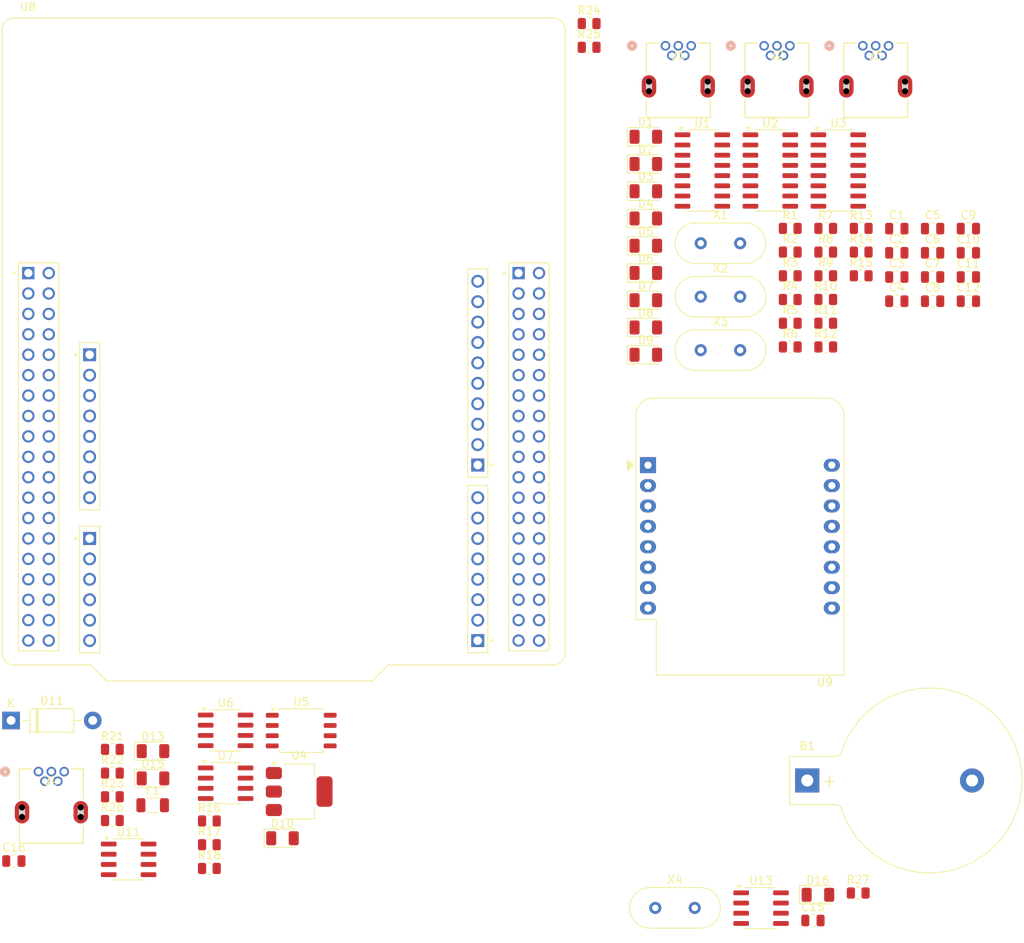
<source format=kicad_pcb>
(kicad_pcb (version 20240108) (generator "pcbnew") (generator_version "8.0")
  (layers (0 "F.Cu" signal) (31 "B.Cu" signal) (34 "B.Paste" user) (35 "F.Paste" user) (36 "B.SilkS" user "B.Silkscreen") (37 "F.SilkS" user "F.Silkscreen") (38 "B.Mask" user) (39 "F.Mask" user) (44 "Edge.Cuts" user))
  (net 0 "")
  (net 1 "D1+")
  (net 2 "GND")
  (net 4 "D1-")
  (net 5 "VBUS1")
  (net 7 "D2-")
  (net 8 "D2+")
  (net 9 "VBUS2")
  (net 10 "VBUS3")
  (net 11 "D3-")
  (net 12 "D3+")
  (net 15 "Net-(U1-V3)")
  (net 18 "Net-(U1-RXD)")
  (net 20 "Net-(U1-XI)")
  (net 22 "Net-(U1-XO)")
  (net 24 "Net-(U1-TXD)")
  (net 26 "Net-(U2-RXD)")
  (net 27 "Net-(U2-TXD)")
  (net 30 "Net-(U2-V3)")
  (net 36 "Net-(U2-XO)")
  (net 37 "Net-(U2-XI)")
  (net 38 "Net-(U3-TXD)")
  (net 39 "Net-(U3-RXD)")
  (net 41 "Net-(U3-V3)")
  (net 43 "Net-(U3-XO)")
  (net 46 "Net-(U3-XI)")
  (net 50 "Net-(D1-K)")
  (net 51 "Net-(D2-K)")
  (net 52 "Net-(D3-K)")
  (net 53 "Net-(D4-K)")
  (net 54 "Net-(D5-K)")
  (net 55 "Net-(D6-K)")
  (net 56 "Net-(D7-K)")
  (net 57 "Net-(D8-K)")
  (net 58 "Net-(D9-K)")
  (net 59 "USART1_RX")
  (net 60 "USART1_TX")
  (net 61 "UART5_RX")
  (net 62 "UART5_TX")
  (net 63 "WUART1_RX")
  (net 64 "WUART1_TX")
  (net 65 "Net-(D16-A)")
  (net 66 "Net-(D10-K)")
  (net 67 "Net-(D11-K)")
  (net 68 "Net-(D13-A)")
  (net 69 "5V_REG")
  (net 70 "Net-(D15-K)")
  (net 71 "Net-(J4-VBUS)")
  (net 75 "W25Q64_NCS")
  (net 76 "Net-(U13-VBAT)")
  (net 77 "Net-(U4-VO)")
  (net 78 "SPI2_MOSI")
  (net 79 "SPI2_SCK")
  (net 80 "SPI2_MISO")
  (net 81 "25LC256_NCS")
  (net 82 "Net-(U11-FILTER)")
  (net 83 "25LC640_NCS")
  (net 84 "M5V")
  (net 86 "Net-(D16-K)")
  (net 88 "W25Q64_NCS3V3")
  (net 90 "U_PWR_MEAS")
  (net 91 "I2C1_SDA")
  (net 98 "I2C1_SCL")
  (net 107 "UART4_TX")
  (net 120 "WEMOS_RST")
  (net 121 "UART4_RX")
  (net 129 "I_PWR_MEAS")
  (net 143 "Net-(U8B-CN10_GND-PadCN10_20)")
  (net 154 "Net-(U8C-CN6_GND-PadCN6_6)")
  (net 175 "Net-(U13-X1)")
  (net 179 "Net-(U13-X2)")
  (footprint "USB_B_mini_th:54819-0519_MOL" (layer "F.Cu") (at 156.1606 133.895)
    (property "Reference" "J4" (at 1.6 1.2 0) (layer "F.SilkS"))
    (property "Value" "USB B mini")
    (fp_line (start -2.050001 5.6469) (end -2.050001 4.4531) (stroke (width 0.762)) (layer "Edge.Cuts"))
    (fp_line (start 5.25 5.6469) (end 5.25 4.4531) (stroke (width 0.762)) (layer "Edge.Cuts"))
    (pad "" np_thru_hole circle (at -2.050001 4.4531) (size 0.762 0.762) (drill 0.762) (layers))
    (pad "" np_thru_hole circle (at -2.050001 5.6469) (size 0.762 0.762) (drill 0.762) (layers))
    (pad "" np_thru_hole circle (at 5.25 4.4531) (size 0.762 0.762) (drill 0.762) (layers))
    (pad "" np_thru_hole circle (at 5.25 5.6469) (size 0.762 0.762) (drill 0.762) (layers))
    (pad "1" thru_hole circle (at 0 0) (size 1.1938 1.1938) (drill 0.762) (layers "*.Cu" "*.Mask") (net 71 "Net-(J4-VBUS)"))
    (pad "2" thru_hole circle (at 0.799999 1.2) (size 1.1938 1.1938) (drill 0.762) (layers "*.Cu" "*.Mask"))
    (pad "3" thru_hole circle (at 1.6 0) (size 1.1938 1.1938) (drill 0.762) (layers "*.Cu" "*.Mask"))
    (pad "4" thru_hole circle (at 2.400001 1.2) (size 1.1938 1.1938) (drill 0.762) (layers "*.Cu" "*.Mask"))
    (pad "5" thru_hole circle (at 3.199999 0) (size 1.1938 1.1938) (drill 0.762) (layers "*.Cu" "*.Mask") (net 2 "GND"))
    (pad "6" smd oval (at -2.050001 5.05) (size 1.8034 2.794) (layers "F.Cu" "F.Paste" "F.Mask"))
    (pad "7" smd oval (at 5.25 5.05) (size 1.8034 2.794) (layers "F.Cu" "F.Paste" "F.Mask"))
  )
  (footprint "Crystal:Crystal_HC18-U_Vertical" (layer "F.Cu") (at 232.8575 150.85)
    (property "Reference" "X4" (at 2.45 -3.525 0) (layer "F.SilkS"))
    (property "Value" "32.768 kHz")
    (pad "1" thru_hole circle (at 0 0) (size 1.5 1.5) (drill 0.8) (layers "*.Cu" "*.Mask") (net 179 "Net-(U13-X2)"))
    (pad "2" thru_hole circle (at 4.9 0) (size 1.5 1.5) (drill 0.8) (layers "*.Cu" "*.Mask") (net 175 "Net-(U13-X1)"))
  )
  (footprint "USB_B_mini_th:54819-0519_MOL" (layer "F.Cu") (at 258.6606 43.595)
    (property "Reference" "J3" (at 1.6 1.2 0) (layer "F.SilkS"))
    (property "Value" "USB B mini")
    (fp_line (start -2.050001 5.6469) (end -2.050001 4.4531) (stroke (width 0.762)) (layer "Edge.Cuts"))
    (fp_line (start 5.25 5.6469) (end 5.25 4.4531) (stroke (width 0.762)) (layer "Edge.Cuts"))
    (pad "" np_thru_hole circle (at -2.050001 4.4531) (size 0.762 0.762) (drill 0.762) (layers))
    (pad "" np_thru_hole circle (at -2.050001 5.6469) (size 0.762 0.762) (drill 0.762) (layers))
    (pad "" np_thru_hole circle (at 5.25 4.4531) (size 0.762 0.762) (drill 0.762) (layers))
    (pad "" np_thru_hole circle (at 5.25 5.6469) (size 0.762 0.762) (drill 0.762) (layers))
    (pad "1" thru_hole circle (at 0 0) (size 1.1938 1.1938) (drill 0.762) (layers "*.Cu" "*.Mask") (net 10 "VBUS3"))
    (pad "2" thru_hole circle (at 0.799999 1.2) (size 1.1938 1.1938) (drill 0.762) (layers "*.Cu" "*.Mask") (net 11 "D3-"))
    (pad "3" thru_hole circle (at 1.6 0) (size 1.1938 1.1938) (drill 0.762) (layers "*.Cu" "*.Mask") (net 12 "D3+"))
    (pad "4" thru_hole circle (at 2.400001 1.2) (size 1.1938 1.1938) (drill 0.762) (layers "*.Cu" "*.Mask"))
    (pad "5" thru_hole circle (at 3.199999 0) (size 1.1938 1.1938) (drill 0.762) (layers "*.Cu" "*.Mask") (net 2 "GND"))
    (pad "6" smd oval (at -2.050001 5.05) (size 1.8034 2.794) (layers "F.Cu" "F.Paste" "F.Mask"))
    (pad "7" smd oval (at 5.25 5.05) (size 1.8034 2.794) (layers "F.Cu" "F.Paste" "F.Mask"))
  )
  (footprint "LED_SMD:LED_1206_3216Metric" (layer "F.Cu") (at 231.6775 75.25)
    (property "Reference" "D7" (at 0 -1.82 0) (layer "F.SilkS"))
    (property "Value" "LED")
    (pad "1" smd roundrect (at -1.4 0) (size 1.25 1.75) (layers "F.Cu" "F.Paste" "F.Mask") (roundrect_rratio 0.2) (net 56 "Net-(D7-K)"))
    (pad "2" smd roundrect (at 1.4 0) (size 1.25 1.75) (layers "F.Cu" "F.Paste" "F.Mask") (roundrect_rratio 0.2) (net 10 "VBUS3"))
  )
  (footprint "Capacitor_SMD:C_0805_2012Metric" (layer "F.Cu") (at 267.3375 69.35)
    (property "Reference" "C6" (at 0 -1.68 0) (layer "F.SilkS"))
    (property "Value" "22p")
    (pad "1" smd roundrect (at -0.95 0) (size 1 1.45) (layers "F.Cu" "F.Paste" "F.Mask") (net 36 "Net-(U2-XO)"))
    (pad "2" smd roundrect (at 0.95 0) (size 1 1.45) (layers "F.Cu" "F.Paste" "F.Mask") (net 2 "GND"))
  )
  (footprint "Resistor_SMD:R_0805_2012Metric" (layer "F.Cu") (at 249.6375 75.16)
    (property "Reference" "R4" (at 0 -1.65 0) (layer "F.SilkS"))
    (property "Value" "1k5")
    (pad "1" smd roundrect (at -0.9125 0) (size 1.025 1.4) (layers "F.Cu" "F.Paste" "F.Mask") (roundrect_rratio 0.243902) (net 51 "Net-(D2-K)"))
    (pad "2" smd roundrect (at 0.9125 0) (size 1.025 1.4) (layers "F.Cu" "F.Paste" "F.Mask") (roundrect_rratio 0.243902) (net 59 "USART1_RX"))
  )
  (footprint "Capacitor_SMD:C_0805_2012Metric" (layer "F.Cu") (at 271.7875 75.37)
    (property "Reference" "C12" (at 0 -1.68 0) (layer "F.SilkS"))
    (property "Value" "100n")
    (pad "1" smd roundrect (at -0.95 0) (size 1 1.45) (layers "F.Cu" "F.Paste" "F.Mask") (net 10 "VBUS3"))
    (pad "2" smd roundrect (at 0.95 0) (size 1 1.45) (layers "F.Cu" "F.Paste" "F.Mask") (net 2 "GND"))
  )
  (footprint "Capacitor_SMD:C_0805_2012Metric" (layer "F.Cu") (at 267.3375 66.34)
    (property "Reference" "C5" (at 0 -1.68 0) (layer "F.SilkS"))
    (property "Value" "22p")
    (pad "1" smd roundrect (at -0.95 0) (size 1 1.45) (layers "F.Cu" "F.Paste" "F.Mask") (net 37 "Net-(U2-XI)"))
    (pad "2" smd roundrect (at 0.95 0) (size 1 1.45) (layers "F.Cu" "F.Paste" "F.Mask") (net 2 "GND"))
  )
  (footprint "Capacitor_SMD:C_0805_2012Metric" (layer "F.Cu") (at 262.8875 66.34)
    (property "Reference" "C1" (at 0 -1.68 0) (layer "F.SilkS"))
    (property "Value" "22p")
    (pad "1" smd roundrect (at -0.95 0) (size 1 1.45) (layers "F.Cu" "F.Paste" "F.Mask") (net 20 "Net-(U1-XI)"))
    (pad "2" smd roundrect (at 0.95 0) (size 1 1.45) (layers "F.Cu" "F.Paste" "F.Mask") (net 2 "GND"))
  )
  (footprint "Capacitor_SMD:C_0805_2012Metric" (layer "F.Cu") (at 262.8875 69.35)
    (property "Reference" "C2" (at 0 -1.68 0) (layer "F.SilkS"))
    (property "Value" "22p")
    (pad "1" smd roundrect (at -0.95 0) (size 1 1.45) (layers "F.Cu" "F.Paste" "F.Mask") (net 22 "Net-(U1-XO)"))
    (pad "2" smd roundrect (at 0.95 0) (size 1 1.45) (layers "F.Cu" "F.Paste" "F.Mask") (net 2 "GND"))
  )
  (footprint "Diode_SMD:D_1206_3216Metric" (layer "F.Cu") (at 253.0775 149.22)
    (property "Reference" "D16" (at 0 -1.82 0) (layer "F.SilkS"))
    (property "Value" "D_Schottky")
    (pad "1" smd roundrect (at -1.4 0) (size 1.25 1.75) (layers "F.Cu" "F.Paste" "F.Mask") (roundrect_rratio 0.2) (net 86 "Net-(D16-K)"))
    (pad "2" smd roundrect (at 1.4 0) (size 1.25 1.75) (layers "F.Cu" "F.Paste" "F.Mask") (roundrect_rratio 0.2) (net 65 "Net-(D16-A)"))
  )
  (footprint "LED_SMD:LED_1206_3216Metric" (layer "F.Cu") (at 170.3975 131.35)
    (property "Reference" "D13" (at 0 -1.82 0) (layer "F.SilkS"))
    (property "Value" "LED")
    (pad "1" smd roundrect (at -1.4 0) (size 1.25 1.75) (layers "F.Cu" "F.Paste" "F.Mask") (roundrect_rratio 0.2) (net 67 "Net-(D11-K)"))
    (pad "2" smd roundrect (at 1.4 0) (size 1.25 1.75) (layers "F.Cu" "F.Paste" "F.Mask") (roundrect_rratio 0.2) (net 68 "Net-(D13-A)"))
  )
  (footprint "Package_TO_SOT_SMD:SOT-223-3_TabPin2" (layer "F.Cu") (at 188.5775 136.375)
    (property "Reference" "U4" (at 0 -4.5 0) (layer "F.SilkS"))
    (property "Value" "AMS1117-3.3")
    (pad "1" smd roundrect (at -3.15 -2.3) (size 2 1.5) (layers "F.Cu" "F.Paste" "F.Mask") (net 2 "GND"))
    (pad "2" smd roundrect (at -3.15 0) (size 2 1.5) (layers "F.Cu" "F.Paste" "F.Mask") (net 77 "Net-(U4-VO)"))
    (pad "2" smd roundrect (at 3.15 0) (size 2 3.8) (layers "F.Cu" "F.Paste" "F.Mask") (net 77 "Net-(U4-VO)"))
    (pad "3" smd roundrect (at -3.15 2.3) (size 2 1.5) (layers "F.Cu" "F.Paste" "F.Mask") (net 84 "M5V"))
  )
  (footprint "Resistor_SMD:R_0805_2012Metric" (layer "F.Cu") (at 249.6375 78.11)
    (property "Reference" "R5" (at 0 -1.65 0) (layer "F.SilkS"))
    (property "Value" "1k5")
    (pad "1" smd roundrect (at -0.9125 0) (size 1.025 1.4) (layers "F.Cu" "F.Paste" "F.Mask") (roundrect_rratio 0.243902) (net 52 "Net-(D3-K)"))
    (pad "2" smd roundrect (at 0.9125 0) (size 1.025 1.4) (layers "F.Cu" "F.Paste" "F.Mask") (roundrect_rratio 0.243902) (net 60 "USART1_TX"))
  )
  (footprint "NUCLEO-F446RE:MODULE_NUCLEO-F446RE" (layer "F.Cu") (at 186.6475 81.38)
    (property "Reference" "U8" (at -31.825 -42.635 0) (layer "F.SilkS"))
    (property "Value" "NUCLEO-F446RE")
    (pad "" np_thru_hole circle (at -24.13 -13.32) (size 3 3) (drill 3) (layers "*.Cu" "*.Mask"))
    (pad "" np_thru_hole circle (at 8.89 38.75) (size 3 3) (drill 3) (layers "*.Cu" "*.Mask"))
    (pad "" np_thru_hole circle (at 24.13 -12.05) (size 3 3) (drill 3) (layers "*.Cu" "*.Mask"))
    (pad "CN5_1" thru_hole rect (at 24.13 14.37) (size 1.605 1.605) (drill 1.07) (layers "*.Cu" "*.Mask"))
    (pad "CN5_2" thru_hole circle (at 24.13 11.83) (size 1.605 1.605) (drill 1.07) (layers "*.Cu" "*.Mask"))
    (pad "CN5_3" thru_hole circle (at 24.13 9.29) (size 1.605 1.605) (drill 1.07) (layers "*.Cu" "*.Mask"))
    (pad "CN5_4" thru_hole circle (at 24.13 6.75) (size 1.605 1.605) (drill 1.07) (layers "*.Cu" "*.Mask"))
    (pad "CN5_5" thru_hole circle (at 24.13 4.21) (size 1.605 1.605) (drill 1.07) (layers "*.Cu" "*.Mask"))
    (pad "CN5_6" thru_hole circle (at 24.13 1.67) (size 1.605 1.605) (drill 1.07) (layers "*.Cu" "*.Mask"))
    (pad "CN5_7" thru_hole circle (at 24.13 -0.87) (size 1.605 1.605) (drill 1.07) (layers "*.Cu" "*.Mask"))
    (pad "CN5_8" thru_hole circle (at 24.13 -3.41) (size 1.605 1.605) (drill 1.07) (layers "*.Cu" "*.Mask"))
    (pad "CN5_9" thru_hole circle (at 24.13 -5.95) (size 1.605 1.605) (drill 1.07) (layers "*.Cu" "*.Mask"))
    (pad "CN5_10" thru_hole circle (at 24.13 -8.49) (size 1.605 1.605) (drill 1.07) (layers "*.Cu" "*.Mask"))
    (pad "CN6_1" thru_hole rect (at -24.13 0.65) (size 1.605 1.605) (drill 1.07) (layers "*.Cu" "*.Mask"))
    (pad "CN6_2" thru_hole circle (at -24.13 3.19) (size 1.605 1.605) (drill 1.07) (layers "*.Cu" "*.Mask"))
    (pad "CN6_3" thru_hole circle (at -24.13 5.73) (size 1.605 1.605) (drill 1.07) (layers "*.Cu" "*.Mask"))
    (pad "CN6_4" thru_hole circle (at -24.13 8.27) (size 1.605 1.605) (drill 1.07) (layers "*.Cu" "*.Mask"))
    (pad "CN6_5" thru_hole circle (at -24.13 10.81) (size 1.605 1.605) (drill 1.07) (layers "*.Cu" "*.Mask") (net 84 "M5V"))
    (pad "CN6_6" thru_hole circle (at -24.13 13.35) (size 1.605 1.605) (drill 1.07) (layers "*.Cu" "*.Mask") (net 154 "Net-(U8C-CN6_GND-PadCN6_6)"))
    (pad "CN6_7" thru_hole circle (at -24.13 15.89) (size 1.605 1.605) (drill 1.07) (layers "*.Cu" "*.Mask") (net 154 "Net-(U8C-CN6_GND-PadCN6_6)"))
    (pad "CN6_8" thru_hole circle (at -24.13 18.43) (size 1.605 1.605) (drill 1.07) (layers "*.Cu" "*.Mask"))
    (pad "CN7_1" thru_hole rect (at -31.75 -9.51) (size 1.53 1.53) (drill 1.02) (layers "*.Cu" "*.Mask"))
    (pad "CN7_2" thru_hole circle (at -29.21 -9.51) (size 1.53 1.53) (drill 1.02) (layers "*.Cu" "*.Mask"))
    (pad "CN7_3" thru_hole circle (at -31.75 -6.97) (size 1.53 1.53) (drill 1.02) (layers "*.Cu" "*.Mask") (net 62 "UART5_TX"))
    (pad "CN7_4" thru_hole circle (at -29.21 -6.97) (size 1.53 1.53) (drill 1.02) (layers "*.Cu" "*.Mask") (net 61 "UART5_RX"))
    (pad "CN7_5" thru_hole circle (at -31.75 -4.43) (size 1.53 1.53) (drill 1.02) (layers "*.Cu" "*.Mask"))
    (pad "CN7_6" thru_hole circle (at -29.21 -4.43) (size 1.53 1.53) (drill 1.02) (layers "*.Cu" "*.Mask") (net 69 "5V_REG"))
    (pad "CN7_7" thru_hole circle (at -31.75 -1.89) (size 1.53 1.53) (drill 1.02) (layers "*.Cu" "*.Mask"))
    (pad "CN7_8" thru_hole circle (at -29.21 -1.89) (size 1.53 1.53) (drill 1.02) (layers "*.Cu" "*.Mask") (net 2 "GND"))
    (pad "CN7_9" thru_hole circle (at -31.75 0.65) (size 1.53 1.53) (drill 1.02) (layers "*.Cu" "*.Mask"))
    (pad "CN7_10" thru_hole circle (at -29.21 0.65) (size 1.53 1.53) (drill 1.02) (layers "*.Cu" "*.Mask"))
    (pad "CN7_11" thru_hole circle (at -31.75 3.19) (size 1.53 1.53) (drill 1.02) (layers "*.Cu" "*.Mask"))
    (pad "CN7_12" thru_hole circle (at -29.21 3.19) (size 1.53 1.53) (drill 1.02) (layers "*.Cu" "*.Mask"))
    (pad "CN7_13" thru_hole circle (at -31.75 5.73) (size 1.53 1.53) (drill 1.02) (layers "*.Cu" "*.Mask"))
    (pad "CN7_14" thru_hole circle (at -29.21 5.73) (size 1.53 1.53) (drill 1.02) (layers "*.Cu" "*.Mask"))
    (pad "CN7_15" thru_hole circle (at -31.75 8.27) (size 1.53 1.53) (drill 1.02) (layers "*.Cu" "*.Mask"))
    (pad "CN7_16" thru_hole circle (at -29.21 8.27) (size 1.53 1.53) (drill 1.02) (layers "*.Cu" "*.Mask"))
    (pad "CN7_17" thru_hole circle (at -31.75 10.81) (size 1.53 1.53) (drill 1.02) (layers "*.Cu" "*.Mask"))
    (pad "CN7_18" thru_hole circle (at -29.21 10.81) (size 1.53 1.53) (drill 1.02) (layers "*.Cu" "*.Mask"))
    (pad "CN7_19" thru_hole circle (at -31.75 13.35) (size 1.53 1.53) (drill 1.02) (layers "*.Cu" "*.Mask") (net 2 "GND"))
    (pad "CN7_20" thru_hole circle (at -29.21 13.35) (size 1.53 1.53) (drill 1.02) (layers "*.Cu" "*.Mask") (net 2 "GND"))
    (pad "CN7_21" thru_hole circle (at -31.75 15.89) (size 1.53 1.53) (drill 1.02) (layers "*.Cu" "*.Mask") (net 91 "I2C1_SDA"))
    (pad "CN7_22" thru_hole circle (at -29.21 15.89) (size 1.53 1.53) (drill 1.02) (layers "*.Cu" "*.Mask") (net 2 "GND"))
    (pad "CN7_23" thru_hole circle (at -31.75 18.43) (size 1.53 1.53) (drill 1.02) (layers "*.Cu" "*.Mask"))
    (pad "CN7_24" thru_hole circle (at -29.21 18.43) (size 1.53 1.53) (drill 1.02) (layers "*.Cu" "*.Mask"))
    (pad "CN7_25" thru_hole circle (at -31.75 20.97) (size 1.53 1.53) (drill 1.02) (layers "*.Cu" "*.Mask"))
    (pad "CN7_26" thru_hole circle (at -29.21 20.97) (size 1.53 1.53) (drill 1.02) (layers "*.Cu" "*.Mask"))
    (pad "CN7_27" thru_hole circle (at -31.75 23.51) (size 1.53 1.53) (drill 1.02) (layers "*.Cu" "*.Mask"))
    (pad "CN7_28" thru_hole circle (at -29.21 23.51) (size 1.53 1.53) (drill 1.02) (layers "*.Cu" "*.Mask") (net 107 "UART4_TX"))
    (pad "CN7_29" thru_hole circle (at -31.75 26.05) (size 1.53 1.53) (drill 1.02) (layers "*.Cu" "*.Mask"))
    (pad "CN7_30" thru_hole circle (at -29.21 26.05) (size 1.53 1.53) (drill 1.02) (layers "*.Cu" "*.Mask") (net 121 "UART4_RX"))
    (pad "CN7_31" thru_hole circle (at -31.75 28.59) (size 1.53 1.53) (drill 1.02) (layers "*.Cu" "*.Mask"))
    (pad "CN7_32" thru_hole circle (at -29.21 28.59) (size 1.53 1.53) (drill 1.02) (layers "*.Cu" "*.Mask"))
    (pad "CN7_33" thru_hole circle (at -31.75 31.13) (size 1.53 1.53) (drill 1.02) (layers "*.Cu" "*.Mask"))
    (pad "CN7_34" thru_hole circle (at -29.21 31.13) (size 1.53 1.53) (drill 1.02) (layers "*.Cu" "*.Mask") (net 75 "W25Q64_NCS"))
    (pad "CN7_35" thru_hole circle (at -31.75 33.67) (size 1.53 1.53) (drill 1.02) (layers "*.Cu" "*.Mask") (net 80 "SPI2_MISO"))
    (pad "CN7_36" thru_hole circle (at -29.21 33.67) (size 1.53 1.53) (drill 1.02) (layers "*.Cu" "*.Mask") (net 78 "SPI2_MOSI"))
    (pad "CN7_37" thru_hole circle (at -31.75 36.21) (size 1.53 1.53) (drill 1.02) (layers "*.Cu" "*.Mask") (net 129 "I_PWR_MEAS"))
    (pad "CN7_38" thru_hole circle (at -29.21 36.21) (size 1.53 1.53) (drill 1.02) (layers "*.Cu" "*.Mask") (net 90 "U_PWR_MEAS"))
    (pad "CN8_1" thru_hole rect (at -24.13 23.51) (size 1.605 1.605) (drill 1.07) (layers "*.Cu" "*.Mask"))
    (pad "CN8_2" thru_hole circle (at -24.13 26.05) (size 1.605 1.605) (drill 1.07) (layers "*.Cu" "*.Mask"))
    (pad "CN8_3" thru_hole circle (at -24.13 28.59) (size 1.605 1.605) (drill 1.07) (layers "*.Cu" "*.Mask"))
    (pad "CN8_4" thru_hole circle (at -24.13 31.13) (size 1.605 1.605) (drill 1.07) (layers "*.Cu" "*.Mask"))
    (pad "CN8_5" thru_hole circle (at -24.13 33.67) (size 1.605 1.605) (drill 1.07) (layers "*.Cu" "*.Mask"))
    (pad "CN8_6" thru_hole circle (at -24.13 36.21) (size 1.605 1.605) (drill 1.07) (layers "*.Cu" "*.Mask"))
    (pad "CN9_1" thru_hole rect (at 24.13 36.21) (size 1.605 1.605) (drill 1.07) (layers "*.Cu" "*.Mask"))
    (pad "CN9_2" thru_hole circle (at 24.13 33.67) (size 1.605 1.605) (drill 1.07) (layers "*.Cu" "*.Mask"))
    (pad "CN9_3" thru_hole circle (at 24.13 31.13) (size 1.605 1.605) (drill 1.07) (layers "*.Cu" "*.Mask"))
    (pad "CN9_4" thru_hole circle (at 24.13 28.59) (size 1.605 1.605) (drill 1.07) (layers "*.Cu" "*.Mask"))
    (pad "CN9_5" thru_hole circle (at 24.13 26.05) (size 1.605 1.605) (drill 1.07) (layers "*.Cu" "*.Mask"))
    (pad "CN9_6" thru_hole circle (at 24.13 23.51) (size 1.605 1.605) (drill 1.07) (layers "*.Cu" "*.Mask"))
    (pad "CN9_7" thru_hole circle (at 24.13 20.97) (size 1.605 1.605) (drill 1.07) (layers "*.Cu" "*.Mask"))
    (pad "CN9_8" thru_hole circle (at 24.13 18.43) (size 1.605 1.605) (drill 1.07) (layers "*.Cu" "*.Mask"))
    (pad "CN10_1" thru_hole rect (at 29.21 -9.51) (size 1.53 1.53) (drill 1.02) (layers "*.Cu" "*.Mask"))
    (pad "CN10_2" thru_hole circle (at 31.75 -9.51) (size 1.53 1.53) (drill 1.02) (layers "*.Cu" "*.Mask"))
    (pad "CN10_3" thru_hole circle (at 29.21 -6.97) (size 1.53 1.53) (drill 1.02) (layers "*.Cu" "*.Mask"))
    (pad "CN10_4" thru_hole circle (at 31.75 -6.97) (size 1.53 1.53) (drill 1.02) (layers "*.Cu" "*.Mask"))
    (pad "CN10_5" thru_hole circle (at 29.21 -4.43) (size 1.53 1.53) (drill 1.02) (layers "*.Cu" "*.Mask"))
    (pad "CN10_6" thru_hole circle (at 31.75 -4.43) (size 1.53 1.53) (drill 1.02) (layers "*.Cu" "*.Mask"))
    (pad "CN10_7" thru_hole circle (at 29.21 -1.89) (size 1.53 1.53) (drill 1.02) (layers "*.Cu" "*.Mask"))
    (pad "CN10_8" thru_hole circle (at 31.75 -1.89) (size 1.53 1.53) (drill 1.02) (layers "*.Cu" "*.Mask"))
    (pad "CN10_9" thru_hole circle (at 29.21 0.65) (size 1.53 1.53) (drill 1.02) (layers "*.Cu" "*.Mask") (net 143 "Net-(U8B-CN10_GND-PadCN10_20)"))
    (pad "CN10_10" thru_hole circle (at 31.75 0.65) (size 1.53 1.53) (drill 1.02) (layers "*.Cu" "*.Mask"))
    (pad "CN10_11" thru_hole circle (at 29.21 3.19) (size 1.53 1.53) (drill 1.02) (layers "*.Cu" "*.Mask"))
    (pad "CN10_12" thru_hole circle (at 31.75 3.19) (size 1.53 1.53) (drill 1.02) (layers "*.Cu" "*.Mask"))
    (pad "CN10_13" thru_hole circle (at 29.21 5.73) (size 1.53 1.53) (drill 1.02) (layers "*.Cu" "*.Mask"))
    (pad "CN10_14" thru_hole circle (at 31.75 5.73) (size 1.53 1.53) (drill 1.02) (layers "*.Cu" "*.Mask"))
    (pad "CN10_15" thru_hole circle (at 29.21 8.27) (size 1.53 1.53) (drill 1.02) (layers "*.Cu" "*.Mask"))
    (pad "CN10_16" thru_hole circle (at 31.75 8.27) (size 1.53 1.53) (drill 1.02) (layers "*.Cu" "*.Mask"))
    (pad "CN10_17" thru_hole circle (at 29.21 10.81) (size 1.53 1.53) (drill 1.02) (layers "*.Cu" "*.Mask") (net 98 "I2C1_SCL"))
    (pad "CN10_18" thru_hole circle (at 31.75 10.81) (size 1.53 1.53) (drill 1.02) (layers "*.Cu" "*.Mask"))
    (pad "CN10_19" thru_hole circle (at 29.21 13.35) (size 1.53 1.53) (drill 1.02) (layers "*.Cu" "*.Mask") (net 79 "SPI2_SCK"))
    (pad "CN10_20" thru_hole circle (at 31.75 13.35) (size 1.53 1.53) (drill 1.02) (layers "*.Cu" "*.Mask") (net 143 "Net-(U8B-CN10_GND-PadCN10_20)"))
    (pad "CN10_21" thru_hole circle (at 29.21 15.89) (size 1.53 1.53) (drill 1.02) (layers "*.Cu" "*.Mask") (net 60 "USART1_TX"))
    (pad "CN10_22" thru_hole circle (at 31.75 15.89) (size 1.53 1.53) (drill 1.02) (layers "*.Cu" "*.Mask") (net 81 "25LC256_NCS"))
    (pad "CN10_23" thru_hole circle (at 29.21 18.43) (size 1.53 1.53) (drill 1.02) (layers "*.Cu" "*.Mask"))
    (pad "CN10_24" thru_hole circle (at 31.75 18.43) (size 1.53 1.53) (drill 1.02) (layers "*.Cu" "*.Mask") (net 83 "25LC640_NCS"))
    (pad "CN10_25" thru_hole circle (at 29.21 20.97) (size 1.53 1.53) (drill 1.02) (layers "*.Cu" "*.Mask"))
    (pad "CN10_26" thru_hole circle (at 31.75 20.97) (size 1.53 1.53) (drill 1.02) (layers "*.Cu" "*.Mask"))
    (pad "CN10_27" thru_hole circle (at 29.21 23.51) (size 1.53 1.53) (drill 1.02) (layers "*.Cu" "*.Mask"))
    (pad "CN10_28" thru_hole circle (at 31.75 23.51) (size 1.53 1.53) (drill 1.02) (layers "*.Cu" "*.Mask") (net 120 "WEMOS_RST"))
    (pad "CN10_29" thru_hole circle (at 29.21 26.05) (size 1.53 1.53) (drill 1.02) (layers "*.Cu" "*.Mask"))
    (pad "CN10_30" thru_hole circle (at 31.75 26.05) (size 1.53 1.53) (drill 1.02) (layers "*.Cu" "*.Mask"))
    (pad "CN10_31" thru_hole circle (at 29.21 28.59) (size 1.53 1.53) (drill 1.02) (layers "*.Cu" "*.Mask"))
    (pad "CN10_32" thru_hole circle (at 31.75 28.59) (size 1.53 1.53) (drill 1.02) (layers "*.Cu" "*.Mask"))
    (pad "CN10_33" thru_hole circle (at 29.21 31.13) (size 1.53 1.53) (drill 1.02) (layers "*.Cu" "*.Mask") (net 59 "USART1_RX"))
    (pad "CN10_34" thru_hole circle (at 31.75 31.13) (size 1.53 1.53) (drill 1.02) (layers "*.Cu" "*.Mask"))
    (pad "CN10_35" thru_hole circle (at 29.21 33.67) (size 1.53 1.53) (drill 1.02) (layers "*.Cu" "*.Mask"))
    (pad "CN10_36" thru_hole circle (at 31.75 33.67) (size 1.53 1.53) (drill 1.02) (layers "*.Cu" "*.Mask"))
    (pad "CN10_37" thru_hole circle (at 29.21 36.21) (size 1.53 1.53) (drill 1.02) (layers "*.Cu" "*.Mask"))
    (pad "CN10_38" thru_hole circle (at 31.75 36.21) (size 1.53 1.53) (drill 1.02) (layers "*.Cu" "*.Mask"))
  )
  (footprint "LED_SMD:LED_1206_3216Metric" (layer "F.Cu") (at 231.6775 78.64)
    (property "Reference" "D8" (at 0 -1.82 0) (layer "F.SilkS"))
    (property "Value" "LED")
    (pad "1" smd roundrect (at -1.4 0) (size 1.25 1.75) (layers "F.Cu" "F.Paste" "F.Mask") (roundrect_rratio 0.2) (net 57 "Net-(D8-K)"))
    (pad "2" smd roundrect (at 1.4 0) (size 1.25 1.75) (layers "F.Cu" "F.Paste" "F.Mask") (roundrect_rratio 0.2) (net 10 "VBUS3"))
  )
  (footprint "Capacitor_SMD:C_0805_2012Metric" (layer "F.Cu") (at 267.3375 75.37)
    (property "Reference" "C8" (at 0 -1.68 0) (layer "F.SilkS"))
    (property "Value" "100n")
    (pad "1" smd roundrect (at -0.95 0) (size 1 1.45) (layers "F.Cu" "F.Paste" "F.Mask") (net 9 "VBUS2"))
    (pad "2" smd roundrect (at 0.95 0) (size 1 1.45) (layers "F.Cu" "F.Paste" "F.Mask") (net 2 "GND"))
  )
  (footprint "LED_SMD:LED_1206_3216Metric" (layer "F.Cu") (at 231.6775 65.08)
    (property "Reference" "D4" (at 0 -1.82 0) (layer "F.SilkS"))
    (property "Value" "LED")
    (pad "1" smd roundrect (at -1.4 0) (size 1.25 1.75) (layers "F.Cu" "F.Paste" "F.Mask") (roundrect_rratio 0.2) (net 53 "Net-(D4-K)"))
    (pad "2" smd roundrect (at 1.4 0) (size 1.25 1.75) (layers "F.Cu" "F.Paste" "F.Mask") (roundrect_rratio 0.2) (net 9 "VBUS2"))
  )
  (footprint "Capacitor_SMD:C_0805_2012Metric" (layer "F.Cu") (at 271.7875 72.36)
    (property "Reference" "C11" (at 0 -1.68 0) (layer "F.SilkS"))
    (property "Value" "100n")
    (pad "1" smd roundrect (at -0.95 0) (size 1 1.45) (layers "F.Cu" "F.Paste" "F.Mask") (net 41 "Net-(U3-V3)"))
    (pad "2" smd roundrect (at 0.95 0) (size 1 1.45) (layers "F.Cu" "F.Paste" "F.Mask") (net 2 "GND"))
  )
  (footprint "Resistor_SMD:R_0805_2012Metric" (layer "F.Cu") (at 249.6375 66.31)
    (property "Reference" "R1" (at 0 -1.65 0) (layer "F.SilkS"))
    (property "Value" "1k5")
    (pad "1" smd roundrect (at -0.9125 0) (size 1.025 1.4) (layers "F.Cu" "F.Paste" "F.Mask") (roundrect_rratio 0.243902) (net 24 "Net-(U1-TXD)"))
    (pad "2" smd roundrect (at 0.9125 0) (size 1.025 1.4) (layers "F.Cu" "F.Paste" "F.Mask") (roundrect_rratio 0.243902) (net 59 "USART1_RX"))
  )
  (footprint "Resistor_SMD:R_0805_2012Metric" (layer "F.Cu") (at 249.6375 69.26)
    (property "Reference" "R2" (at 0 -1.65 0) (layer "F.SilkS"))
    (property "Value" "1k5")
    (pad "1" smd roundrect (at -0.9125 0) (size 1.025 1.4) (layers "F.Cu" "F.Paste" "F.Mask") (roundrect_rratio 0.243902) (net 18 "Net-(U1-RXD)"))
    (pad "2" smd roundrect (at 0.9125 0) (size 1.025 1.4) (layers "F.Cu" "F.Paste" "F.Mask") (roundrect_rratio 0.243902) (net 60 "USART1_TX"))
  )
  (footprint "Resistor_SMD:R_0805_2012Metric" (layer "F.Cu") (at 177.4075 145.94)
    (property "Reference" "R18" (at 0 -1.65 0) (layer "F.SilkS"))
    (property "Value" "2k")
    (pad "1" smd roundrect (at -0.9125 0) (size 1.025 1.4) (layers "F.Cu" "F.Paste" "F.Mask") (roundrect_rratio 0.243902) (net 88 "W25Q64_NCS3V3"))
    (pad "2" smd roundrect (at 0.9125 0) (size 1.025 1.4) (layers "F.Cu" "F.Paste" "F.Mask") (roundrect_rratio 0.243902) (net 2 "GND"))
  )
  (footprint "USB_B_mini_th:54819-0519_MOL" (layer "F.Cu") (at 234.1206 43.595)
    (property "Reference" "J1" (at 1.6 1.2 0) (layer "F.SilkS"))
    (property "Value" "USB B mini")
    (fp_line (start -2.050001 5.6469) (end -2.050001 4.4531) (stroke (width 0.762)) (layer "Edge.Cuts"))
    (fp_line (start 5.25 5.6469) (end 5.25 4.4531) (stroke (width 0.762)) (layer "Edge.Cuts"))
    (pad "" np_thru_hole circle (at -2.050001 4.4531) (size 0.762 0.762) (drill 0.762) (layers))
    (pad "" np_thru_hole circle (at -2.050001 5.6469) (size 0.762 0.762) (drill 0.762) (layers))
    (pad "" np_thru_hole circle (at 5.25 4.4531) (size 0.762 0.762) (drill 0.762) (layers))
    (pad "" np_thru_hole circle (at 5.25 5.6469) (size 0.762 0.762) (drill 0.762) (layers))
    (pad "1" thru_hole circle (at 0 0) (size 1.1938 1.1938) (drill 0.762) (layers "*.Cu" "*.Mask") (net 5 "VBUS1"))
    (pad "2" thru_hole circle (at 0.799999 1.2) (size 1.1938 1.1938) (drill 0.762) (layers "*.Cu" "*.Mask") (net 4 "D1-"))
    (pad "3" thru_hole circle (at 1.6 0) (size 1.1938 1.1938) (drill 0.762) (layers "*.Cu" "*.Mask") (net 1 "D1+"))
    (pad "4" thru_hole circle (at 2.400001 1.2) (size 1.1938 1.1938) (drill 0.762) (layers "*.Cu" "*.Mask"))
    (pad "5" thru_hole circle (at 3.199999 0) (size 1.1938 1.1938) (drill 0.762) (layers "*.Cu" "*.Mask") (net 2 "GND"))
    (pad "6" smd oval (at -2.050001 5.05) (size 1.8034 2.794) (layers "F.Cu" "F.Paste" "F.Mask"))
    (pad "7" smd oval (at 5.25 5.05) (size 1.8034 2.794) (layers "F.Cu" "F.Paste" "F.Mask"))
  )
  (footprint "Capacitor_SMD:C_0805_2012Metric" (layer "F.Cu") (at 262.8875 72.36)
    (property "Reference" "C3" (at 0 -1.68 0) (layer "F.SilkS"))
    (property "Value" "100n")
    (pad "1" smd roundrect (at -0.95 0) (size 1 1.45) (layers "F.Cu" "F.Paste" "F.Mask") (net 15 "Net-(U1-V3)"))
    (pad "2" smd roundrect (at 0.95 0) (size 1 1.45) (layers "F.Cu" "F.Paste" "F.Mask") (net 2 "GND"))
  )
  (footprint "Package_SO:SOIC-8_3.9x4.9mm_P1.27mm" (layer "F.Cu") (at 246.0075 150.88)
    (property "Reference" "U13" (at 0 -3.4 0) (layer "F.SilkS"))
    (property "Value" "DS1307Z+")
    (pad "1" smd roundrect (at -2.475 -1.905) (size 1.95 0.6) (layers "F.Cu" "F.Paste" "F.Mask") (net 175 "Net-(U13-X1)"))
    (pad "2" smd roundrect (at -2.475 -0.635) (size 1.95 0.6) (layers "F.Cu" "F.Paste" "F.Mask") (net 179 "Net-(U13-X2)"))
    (pad "3" smd roundrect (at -2.475 0.635) (size 1.95 0.6) (layers "F.Cu" "F.Paste" "F.Mask") (net 76 "Net-(U13-VBAT)"))
    (pad "4" smd roundrect (at -2.475 1.905) (size 1.95 0.6) (layers "F.Cu" "F.Paste" "F.Mask") (net 2 "GND"))
    (pad "5" smd roundrect (at 2.475 1.905) (size 1.95 0.6) (layers "F.Cu" "F.Paste" "F.Mask") (net 91 "I2C1_SDA"))
    (pad "6" smd roundrect (at 2.475 0.635) (size 1.95 0.6) (layers "F.Cu" "F.Paste" "F.Mask") (net 98 "I2C1_SCL"))
    (pad "7" smd roundrect (at 2.475 -0.635) (size 1.95 0.6) (layers "F.Cu" "F.Paste" "F.Mask"))
    (pad "8" smd roundrect (at 2.475 -1.905) (size 1.95 0.6) (layers "F.Cu" "F.Paste" "F.Mask") (net 84 "M5V"))
  )
  (footprint "Diode_THT:D_DO-41_SOD81_P10.16mm_Horizontal" (layer "F.Cu") (at 152.7475 127.53)
    (property "Reference" "D11" (at 5.08 -2.47 0) (layer "F.SilkS"))
    (property "Value" "1N4001")
    (fp_text user "K" (at 0 -2.1 0) (layer "F.SilkS"))
    (pad "1" thru_hole rect (at 0 0) (size 2.2 2.2) (drill 1.1) (layers "*.Cu" "*.Mask") (net 67 "Net-(D11-K)"))
    (pad "2" thru_hole oval (at 10.16 0) (size 2.2 2.2) (drill 1.1) (layers "*.Cu" "*.Mask") (net 2 "GND"))
  )
  (footprint "RF_Module:WEMOS_D1_mini_light" (layer "F.Cu") (at 231.9475 95.77)
    (property "Reference" "U9" (at 22 27 0) (layer "F.SilkS"))
    (property "Value" "WEMOS_D1_mini")
    (pad "1" thru_hole rect (at 0 0) (size 2 2) (drill 0.9) (layers "*.Cu" "*.Mask") (net 120 "WEMOS_RST"))
    (pad "2" thru_hole oval (at 0 2.54) (size 2 1.6) (drill 0.9) (layers "*.Cu" "*.Mask"))
    (pad "3" thru_hole oval (at 0 5.08) (size 2 1.6) (drill 0.9) (layers "*.Cu" "*.Mask"))
    (pad "4" thru_hole oval (at 0 7.62) (size 2 1.6) (drill 0.9) (layers "*.Cu" "*.Mask"))
    (pad "5" thru_hole oval (at 0 10.16) (size 2 1.6) (drill 0.9) (layers "*.Cu" "*.Mask"))
    (pad "6" thru_hole oval (at 0 12.7) (size 2 1.6) (drill 0.9) (layers "*.Cu" "*.Mask"))
    (pad "7" thru_hole oval (at 0 15.24) (size 2 1.6) (drill 0.9) (layers "*.Cu" "*.Mask"))
    (pad "8" thru_hole oval (at 0 17.78) (size 2 1.6) (drill 0.9) (layers "*.Cu" "*.Mask"))
    (pad "9" thru_hole oval (at 22.86 17.78) (size 2 1.6) (drill 0.9) (layers "*.Cu" "*.Mask") (net 69 "5V_REG"))
    (pad "10" thru_hole oval (at 22.86 15.24) (size 2 1.6) (drill 0.9) (layers "*.Cu" "*.Mask") (net 2 "GND"))
    (pad "11" thru_hole oval (at 22.86 12.7) (size 2 1.6) (drill 0.9) (layers "*.Cu" "*.Mask"))
    (pad "12" thru_hole oval (at 22.86 10.16) (size 2 1.6) (drill 0.9) (layers "*.Cu" "*.Mask"))
    (pad "13" thru_hole oval (at 22.86 7.62) (size 2 1.6) (drill 0.9) (layers "*.Cu" "*.Mask") (net 63 "WUART1_RX"))
    (pad "14" thru_hole oval (at 22.86 5.08) (size 2 1.6) (drill 0.9) (layers "*.Cu" "*.Mask") (net 64 "WUART1_TX"))
    (pad "15" thru_hole oval (at 22.86 2.54) (size 2 1.6) (drill 0.9) (layers "*.Cu" "*.Mask") (net 107 "UART4_TX"))
    (pad "16" thru_hole oval (at 22.86 0) (size 2 1.6) (drill 0.9) (layers "*.Cu" "*.Mask") (net 121 "UART4_RX"))
  )
  (footprint "Resistor_SMD:R_0805_2012Metric" (layer "F.Cu") (at 165.3475 134.08)
    (property "Reference" "R22" (at 0 -1.65 0) (layer "F.SilkS"))
    (property "Value" "10k")
    (pad "1" smd roundrect (at -0.9125 0) (size 1.025 1.4) (layers "F.Cu" "F.Paste" "F.Mask") (roundrect_rratio 0.243902) (net 90 "U_PWR_MEAS"))
    (pad "2" smd roundrect (at 0.9125 0) (size 1.025 1.4) (layers "F.Cu" "F.Paste" "F.Mask") (roundrect_rratio 0.243902) (net 67 "Net-(D11-K)"))
  )
  (footprint "Resistor_SMD:R_0805_2012Metric" (layer "F.Cu") (at 254.0475 81.06)
    (property "Reference" "R12" (at 0 -1.65 0) (layer "F.SilkS"))
    (property "Value" "1k5")
    (pad "1" smd roundrect (at -0.9125 0) (size 1.025 1.4) (layers "F.Cu" "F.Paste" "F.Mask") (roundrect_rratio 0.243902) (net 39 "Net-(U3-RXD)"))
    (pad "2" smd roundrect (at 0.9125 0) (size 1.025 1.4) (layers "F.Cu" "F.Paste" "F.Mask") (roundrect_rratio 0.243902) (net 64 "WUART1_TX"))
  )
  (footprint "LED_SMD:LED_1206_3216Metric" (layer "F.Cu") (at 231.6775 68.47)
    (property "Reference" "D5" (at 0 -1.82 0) (layer "F.SilkS"))
    (property "Value" "LED")
    (pad "1" smd roundrect (at -1.4 0) (size 1.25 1.75) (layers "F.Cu" "F.Paste" "F.Mask") (roundrect_rratio 0.2) (net 54 "Net-(D5-K)"))
    (pad "2" smd roundrect (at 1.4 0) (size 1.25 1.75) (layers "F.Cu" "F.Paste" "F.Mask") (roundrect_rratio 0.2) (net 9 "VBUS2"))
  )
  (footprint "Resistor_SMD:R_0805_2012Metric" (layer "F.Cu") (at 224.6275 40.83)
    (property "Reference" "R24" (at 0 -1.65 0) (layer "F.SilkS"))
    (property "Value" "4k7")
    (pad "1" smd roundrect (at -0.9125 0) (size 1.025 1.4) (layers "F.Cu" "F.Paste" "F.Mask") (roundrect_rratio 0.243902) (net 84 "M5V"))
    (pad "2" smd roundrect (at 0.9125 0) (size 1.025 1.4) (layers "F.Cu" "F.Paste" "F.Mask") (roundrect_rratio 0.243902) (net 91 "I2C1_SDA"))
  )
  (footprint "Capacitor_SMD:C_0805_2012Metric" (layer "F.Cu") (at 271.7875 66.34)
    (property "Reference" "C9" (at 0 -1.68 0) (layer "F.SilkS"))
    (property "Value" "22p")
    (pad "1" smd roundrect (at -0.95 0) (size 1 1.45) (layers "F.Cu" "F.Paste" "F.Mask") (net 46 "Net-(U3-XI)"))
    (pad "2" smd roundrect (at 0.95 0) (size 1 1.45) (layers "F.Cu" "F.Paste" "F.Mask") (net 2 "GND"))
  )
  (footprint "Battery:BatteryHolder_Keystone_103_1x20mm" (layer "F.Cu") (at 251.75 134.999999)
    (property "Reference" "B1" (at 0 -4.3 0) (layer "F.SilkS"))
    (property "Value" "BC2032-E2")
    (fp_text user "+" (at 2.75 0 0) (layer "F.SilkS") (effects (font (size 1.5 1.5))))
    (pad "1" thru_hole rect (at 0 0) (size 3 3) (drill 1.5) (layers "*.Cu" "*.Mask") (net 65 "Net-(D16-A)"))
    (pad "2" thru_hole circle (at 20.49 0) (size 3 3) (drill 1.5) (layers "*.Cu" "*.Mask") (net 2 "GND"))
  )
  (footprint "Resistor_SMD:R_0805_2012Metric" (layer "F.Cu") (at 224.6275 43.78)
    (property "Reference" "R25" (at 0 -1.65 0) (layer "F.SilkS"))
    (property "Value" "4k7")
    (pad "1" smd roundrect (at -0.9125 0) (size 1.025 1.4) (layers "F.Cu" "F.Paste" "F.Mask") (roundrect_rratio 0.243902) (net 84 "M5V"))
    (pad "2" smd roundrect (at 0.9125 0) (size 1.025 1.4) (layers "F.Cu" "F.Paste" "F.Mask") (roundrect_rratio 0.243902) (net 98 "I2C1_SCL"))
  )
  (footprint "Capacitor_SMD:C_0805_2012Metric" (layer "F.Cu") (at 262.8875 75.37)
    (property "Reference" "C4" (at 0 -1.68 0) (layer "F.SilkS"))
    (property "Value" "100n")
    (pad "1" smd roundrect (at -0.95 0) (size 1 1.45) (layers "F.Cu" "F.Paste" "F.Mask") (net 5 "VBUS1"))
    (pad "2" smd roundrect (at 0.95 0) (size 1 1.45) (layers "F.Cu" "F.Paste" "F.Mask") (net 2 "GND"))
  )
  (footprint "LED_SMD:LED_1206_3216Metric" (layer "F.Cu") (at 231.6775 61.69)
    (property "Reference" "D3" (at 0 -1.82 0) (layer "F.SilkS"))
    (property "Value" "LED")
    (pad "1" smd roundrect (at -1.4 0) (size 1.25 1.75) (layers "F.Cu" "F.Paste" "F.Mask") (roundrect_rratio 0.2) (net 52 "Net-(D3-K)"))
    (pad "2" smd roundrect (at 1.4 0) (size 1.25 1.75) (layers "F.Cu" "F.Paste" "F.Mask") (roundrect_rratio 0.2) (net 5 "VBUS1"))
  )
  (footprint "Resistor_SMD:R_0805_2012Metric" (layer "F.Cu") (at 254.0475 78.11)
    (property "Reference" "R11" (at 0 -1.65 0) (layer "F.SilkS"))
    (property "Value" "1k5")
    (pad "1" smd roundrect (at -0.9125 0) (size 1.025 1.4) (layers "F.Cu" "F.Paste" "F.Mask") (roundrect_rratio 0.243902) (net 38 "Net-(U3-TXD)"))
    (pad "2" smd roundrect (at 0.9125 0) (size 1.025 1.4) (layers "F.Cu" "F.Paste" "F.Mask") (roundrect_rratio 0.243902) (net 63 "WUART1_RX"))
  )
  (footprint "Package_SO:SOIC-8_3.9x4.9mm_P1.27mm" (layer "F.Cu") (at 179.4275 135.34)
    (property "Reference" "U7" (at 0 -3.4 0) (layer "F.SilkS"))
    (property "Value" "25LC640")
    (pad "1" smd roundrect (at -2.475 -1.905) (size 1.95 0.6) (layers "F.Cu" "F.Paste" "F.Mask") (net 83 "25LC640_NCS"))
    (pad "2" smd roundrect (at -2.475 -0.635) (size 1.95 0.6) (layers "F.Cu" "F.Paste" "F.Mask") (net 80 "SPI2_MISO"))
    (pad "3" smd roundrect (at -2.475 0.635) (size 1.95 0.6) (layers "F.Cu" "F.Paste" "F.Mask") (net 84 "M5V"))
    (pad "4" smd roundrect (at -2.475 1.905) (size 1.95 0.6) (layers "F.Cu" "F.Paste" "F.Mask") (net 2 "GND"))
    (pad "5" smd roundrect (at 2.475 1.905) (size 1.95 0.6) (layers "F.Cu" "F.Paste" "F.Mask") (net 78 "SPI2_MOSI"))
    (pad "6" smd roundrect (at 2.475 0.635) (size 1.95 0.6) (layers "F.Cu" "F.Paste" "F.Mask") (net 79 "SPI2_SCK"))
    (pad "7" smd roundrect (at 2.475 -0.635) (size 1.95 0.6) (layers "F.Cu" "F.Paste" "F.Mask") (net 84 "M5V"))
    (pad "8" smd roundrect (at 2.475 -1.905) (size 1.95 0.6) (layers "F.Cu" "F.Paste" "F.Mask") (net 84 "M5V"))
  )
  (footprint "Resistor_SMD:R_0805_2012Metric" (layer "F.Cu") (at 258.4575 72.21)
    (property "Reference" "R15" (at 0 -1.65 0) (layer "F.SilkS"))
    (property "Value" "1k5")
    (pad "1" smd roundrect (at -0.9125 0) (size 1.025 1.4) (layers "F.Cu" "F.Paste" "F.Mask") (roundrect_rratio 0.243902) (net 58 "Net-(D9-K)"))
    (pad "2" smd roundrect (at 0.9125 0) (size 1.025 1.4) (layers "F.Cu" "F.Paste" "F.Mask") (roundrect_rratio 0.243902) (net 64 "WUART1_TX"))
  )
  (footprint "Package_SO:SOIC-16_3.9x9.9mm_P1.27mm" (layer "F.Cu") (at 255.6075 59.11)
    (property "Reference" "U3" (at 0 -5.9 0) (layer "F.SilkS"))
    (property "Value" "CH340G")
    (pad "1" smd roundrect (at -2.475 -4.445) (size 1.95 0.6) (layers "F.Cu" "F.Paste" "F.Mask") (net 2 "GND"))
    (pad "2" smd roundrect (at -2.475 -3.175) (size 1.95 0.6) (layers "F.Cu" "F.Paste" "F.Mask") (net 38 "Net-(U3-TXD)"))
    (pad "3" smd roundrect (at -2.475 -1.905) (size 1.95 0.6) (layers "F.Cu" "F.Paste" "F.Mask") (net 39 "Net-(U3-RXD)"))
    (pad "4" smd roundrect (at -2.475 -0.635) (size 1.95 0.6) (layers "F.Cu" "F.Paste" "F.Mask") (net 41 "Net-(U3-V3)"))
    (pad "5" smd roundrect (at -2.475 0.635) (size 1.95 0.6) (layers "F.Cu" "F.Paste" "F.Mask") (net 12 "D3+"))
    (pad "6" smd roundrect (at -2.475 1.905) (size 1.95 0.6) (layers "F.Cu" "F.Paste" "F.Mask") (net 11 "D3-"))
    (pad "7" smd roundrect (at -2.475 3.175) (size 1.95 0.6) (layers "F.Cu" "F.Paste" "F.Mask") (net 46 "Net-(U3-XI)"))
    (pad "8" smd roundrect (at -2.475 4.445) (size 1.95 0.6) (layers "F.Cu" "F.Paste" "F.Mask") (net 43 "Net-(U3-XO)"))
    (pad "9" smd roundrect (at 2.475 4.445) (size 1.95 0.6) (layers "F.Cu" "F.Paste" "F.Mask"))
    (pad "10" smd roundrect (at 2.475 3.175) (size 1.95 0.6) (layers "F.Cu" "F.Paste" "F.Mask"))
    (pad "11" smd roundrect (at 2.475 1.905) (size 1.95 0.6) (layers "F.Cu" "F.Paste" "F.Mask"))
    (pad "12" smd roundrect (at 2.475 0.635) (size 1.95 0.6) (layers "F.Cu" "F.Paste" "F.Mask"))
    (pad "13" smd roundrect (at 2.475 -0.635) (size 1.95 0.6) (layers "F.Cu" "F.Paste" "F.Mask"))
    (pad "14" smd roundrect (at 2.475 -1.905) (size 1.95 0.6) (layers "F.Cu" "F.Paste" "F.Mask"))
    (pad "15" smd roundrect (at 2.475 -3.175) (size 1.95 0.6) (layers "F.Cu" "F.Paste" "F.Mask"))
    (pad "16" smd roundrect (at 2.475 -4.445) (size 1.95 0.6) (layers "F.Cu" "F.Paste" "F.Mask") (net 10 "VBUS3"))
  )
  (footprint "LED_SMD:LED_1206_3216Metric" (layer "F.Cu") (at 231.6775 71.86)
    (property "Reference" "D6" (at 0 -1.82 0) (layer "F.SilkS"))
    (property "Value" "LED")
    (pad "1" smd roundrect (at -1.4 0) (size 1.25 1.75) (layers "F.Cu" "F.Paste" "F.Mask") (roundrect_rratio 0.2) (net 55 "Net-(D6-K)"))
    (pad "2" smd roundrect (at 1.4 0) (size 1.25 1.75) (layers "F.Cu" "F.Paste" "F.Mask") (roundrect_rratio 0.2) (net 9 "VBUS2"))
  )
  (footprint "Crystal:Crystal_HC18-U_Vertical" (layer "F.Cu") (at 238.5075 74.81)
    (property "Reference" "X2" (at 2.45 -3.525 0) (layer "F.SilkS"))
    (property "Value" "12MHz")
    (pad "1" thru_hole circle (at 0 0) (size 1.5 1.5) (drill 0.8) (layers "*.Cu" "*.Mask") (net 36 "Net-(U2-XO)"))
    (pad "2" thru_hole circle (at 4.9 0) (size 1.5 1.5) (drill 0.8) (layers "*.Cu" "*.Mask") (net 37 "Net-(U2-XI)"))
  )
  (footprint "Resistor_SMD:R_0805_2012Metric" (layer "F.Cu") (at 249.6375 81.06)
    (property "Reference" "R6" (at 0 -1.65 0) (layer "F.SilkS"))
    (property "Value" "1k5")
    (pad "1" smd roundrect (at -0.9125 0) (size 1.025 1.4) (layers "F.Cu" "F.Paste" "F.Mask") (roundrect_rratio 0.243902) (net 27 "Net-(U2-TXD)"))
    (pad "2" smd roundrect (at 0.9125 0) (size 1.025 1.4) (layers "F.Cu" "F.Paste" "F.Mask") (roundrect_rratio 0.243902) (net 61 "UART5_RX"))
  )
  (footprint "Crystal:Crystal_HC18-U_Vertical" (layer "F.Cu") (at 238.5075 68.16)
    (property "Reference" "X1" (at 2.45 -3.525 0) (layer "F.SilkS"))
    (property "Value" "12MHz")
    (pad "1" thru_hole circle (at 0 0) (size 1.5 1.5) (drill 0.8) (layers "*.Cu" "*.Mask") (net 22 "Net-(U1-XO)"))
    (pad "2" thru_hole circle (at 4.9 0) (size 1.5 1.5) (drill 0.8) (layers "*.Cu" "*.Mask") (net 20 "Net-(U1-XI)"))
  )
  (footprint "LED_SMD:LED_1206_3216Metric" (layer "F.Cu") (at 231.6775 82.03)
    (property "Reference" "D9" (at 0 -1.82 0) (layer "F.SilkS"))
    (property "Value" "LED")
    (pad "1" smd roundrect (at -1.4 0) (size 1.25 1.75) (layers "F.Cu" "F.Paste" "F.Mask") (roundrect_rratio 0.2) (net 58 "Net-(D9-K)"))
    (pad "2" smd roundrect (at 1.4 0) (size 1.25 1.75) (layers "F.Cu" "F.Paste" "F.Mask") (roundrect_rratio 0.2) (net 10 "VBUS3"))
  )
  (footprint "Capacitor_SMD:C_0805_2012Metric" (layer "F.Cu") (at 252.4575 152.42)
    (property "Reference" "C15" (at 0 -1.68 0) (layer "F.SilkS"))
    (property "Value" "100p")
    (pad "1" smd roundrect (at -0.95 0) (size 1 1.45) (layers "F.Cu" "F.Paste" "F.Mask") (net 76 "Net-(U13-VBAT)"))
    (pad "2" smd roundrect (at 0.95 0) (size 1 1.45) (layers "F.Cu" "F.Paste" "F.Mask") (net 2 "GND"))
  )
  (footprint "Resistor_SMD:R_0805_2012Metric" (layer "F.Cu") (at 258.4575 66.31)
    (property "Reference" "R13" (at 0 -1.65 0) (layer "F.SilkS"))
    (property "Value" "1k5")
    (pad "1" smd roundrect (at -0.9125 0) (size 1.025 1.4) (layers "F.Cu" "F.Paste" "F.Mask") (roundrect_rratio 0.243902) (net 56 "Net-(D7-K)"))
    (pad "2" smd roundrect (at 0.9125 0) (size 1.025 1.4) (layers "F.Cu" "F.Paste" "F.Mask") (roundrect_rratio 0.243902) (net 2 "GND"))
  )
  (footprint "Package_SO:SOIC-8_5.23x5.23mm_P1.27mm" (layer "F.Cu") (at 188.8275 128.79)
    (property "Reference" "U5" (at 0 -3.56 0) (layer "F.SilkS"))
    (property "Value" "W25Q64JVS")
    (pad "1" smd roundrect (at -3.6 -1.905) (size 1.6 0.6) (layers "F.Cu" "F.Paste" "F.Mask") (net 88 "W25Q64_NCS3V3"))
    (pad "2" smd roundrect (at -3.6 -0.635) (size 1.6 0.6) (layers "F.Cu" "F.Paste" "F.Mask") (net 80 "SPI2_MISO"))
    (pad "3" smd roundrect (at -3.6 0.635) (size 1.6 0.6) (layers "F.Cu" "F.Paste" "F.Mask") (net 77 "Net-(U4-VO)"))
    (pad "4" smd roundrect (at -3.6 1.905) (size 1.6 0.6) (layers "F.Cu" "F.Paste" "F.Mask") (net 2 "GND"))
    (pad "5" smd roundrect (at 3.6 1.905) (size 1.6 0.6) (layers "F.Cu" "F.Paste" "F.Mask") (net 78 "SPI2_MOSI"))
    (pad "6" smd roundrect (at 3.6 0.635) (size 1.6 0.6) (layers "F.Cu" "F.Paste" "F.Mask") (net 79 "SPI2_SCK"))
    (pad "7" smd roundrect (at 3.6 -0.635) (size 1.6 0.6) (layers "F.Cu" "F.Paste" "F.Mask") (net 77 "Net-(U4-VO)"))
    (pad "8" smd roundrect (at 3.6 -1.905) (size 1.6 0.6) (layers "F.Cu" "F.Paste" "F.Mask") (net 77 "Net-(U4-VO)"))
  )
  (footprint "Resistor_SMD:R_0805_2012Metric" (layer "F.Cu") (at 258.0875 149)
    (property "Reference" "R27" (at 0 -1.65 0) (layer "F.SilkS"))
    (property "Value" "1k")
    (pad "1" smd roundrect (at -0.9125 0) (size 1.025 1.4) (layers "F.Cu" "F.Paste" "F.Mask") (roundrect_rratio 0.243902) (net 76 "Net-(U13-VBAT)"))
    (pad "2" smd roundrect (at 0.9125 0) (size 1.025 1.4) (layers "F.Cu" "F.Paste" "F.Mask") (roundrect_rratio 0.243902) (net 86 "Net-(D16-K)"))
  )
  (footprint "Resistor_SMD:R_0805_2012Metric" (layer "F.Cu") (at 177.4075 140.04)
    (property "Reference" "R16" (at 0 -1.65 0) (layer "F.SilkS"))
    (property "Value" "1k5")
    (pad "1" smd roundrect (at -0.9125 0) (size 1.025 1.4) (layers "F.Cu" "F.Paste" "F.Mask") (roundrect_rratio 0.243902) (net 66 "Net-(D10-K)"))
    (pad "2" smd roundrect (at 0.9125 0) (size 1.025 1.4) (layers "F.Cu" "F.Paste" "F.Mask") (roundrect_rratio 0.243902) (net 2 "GND"))
  )
  (footprint "Resistor_SMD:R_0805_2012Metric" (layer "F.Cu") (at 165.3475 139.98)
    (property "Reference" "R26" (at 0 -1.65 0) (layer "F.SilkS"))
    (property "Value" "1k5")
    (pad "1" smd roundrect (at -0.9125 0) (size 1.025 1.4) (layers "F.Cu" "F.Paste" "F.Mask") (roundrect_rratio 0.243902) (net 2 "GND"))
    (pad "2" smd roundrect (at 0.9125 0) (size 1.025 1.4) (layers "F.Cu" "F.Paste" "F.Mask") (roundrect_rratio 0.243902) (net 70 "Net-(D15-K)"))
  )
  (footprint "Package_SO:SOIC-16_3.9x9.9mm_P1.27mm" (layer "F.Cu") (at 247.1575 59.11)
    (property "Reference" "U2" (at 0 -5.9 0) (layer "F.SilkS"))
    (property "Value" "CH340G")
    (pad "1" smd roundrect (at -2.475 -4.445) (size 1.95 0.6) (layers "F.Cu" "F.Paste" "F.Mask") (net 2 "GND"))
    (pad "2" smd roundrect (at -2.475 -3.175) (size 1.95 0.6) (layers "F.Cu" "F.Paste" "F.Mask") (net 27 "Net-(U2-TXD)"))
    (pad "3" smd roundrect (at -2.475 -1.905) (size 1.95 0.6) (layers "F.Cu" "F.Paste" "F.Mask") (net 26 "Net-(U2-RXD)"))
    (pad "4" smd roundrect (at -2.475 -0.635) (size 1.95 0.6) (layers "F.Cu" "F.Paste" "F.Mask") (net 30 "Net-(U2-V3)"))
    (pad "5" smd roundrect (at -2.475 0.635) (size 1.95 0.6) (layers "F.Cu" "F.Paste" "F.Mask") (net 8 "D2+"))
    (pad "6" smd roundrect (at -2.475 1.905) (size 1.95 0.6) (layers "F.Cu" "F.Paste" "F.Mask") (net 7 "D2-"))
    (pad "7" smd roundrect (at -2.475 3.175) (size 1.95 0.6) (layers "F.Cu" "F.Paste" "F.Mask") (net 37 "Net-(U2-XI)"))
    (pad "8" smd roundrect (at -2.475 4.445) (size 1.95 0.6) (layers "F.Cu" "F.Paste" "F.Mask") (net 36 "Net-(U2-XO)"))
    (pad "9" smd roundrect (at 2.475 4.445) (size 1.95 0.6) (layers "F.Cu" "F.Paste" "F.Mask"))
    (pad "10" smd roundrect (at 2.475 3.175) (size 1.95 0.6) (layers "F.Cu" "F.Paste" "F.Mask"))
    (pad "11" smd roundrect (at 2.475 1.905) (size 1.95 0.6) (layers "F.Cu" "F.Paste" "F.Mask"))
    (pad "12" smd roundrect (at 2.475 0.635) (size 1.95 0.6) (layers "F.Cu" "F.Paste" "F.Mask"))
    (pad "13" smd roundrect (at 2.475 -0.635) (size 1.95 0.6) (layers "F.Cu" "F.Paste" "F.Mask"))
    (pad "14" smd roundrect (at 2.475 -1.905) (size 1.95 0.6) (layers "F.Cu" "F.Paste" "F.Mask"))
    (pad "15" smd roundrect (at 2.475 -3.175) (size 1.95 0.6) (layers "F.Cu" "F.Paste" "F.Mask"))
    (pad "16" smd roundrect (at 2.475 -4.445) (size 1.95 0.6) (layers "F.Cu" "F.Paste" "F.Mask") (net 9 "VBUS2"))
  )
  (footprint "Resistor_SMD:R_0805_2012Metric" (layer "F.Cu") (at 165.3475 137.03)
    (property "Reference" "R23" (at 0 -1.65 0) (layer "F.SilkS"))
    (property "Value" "10k")
    (pad "1" smd roundrect (at -0.9125 0) (size 1.025 1.4) (layers "F.Cu" "F.Paste" "F.Mask") (roundrect_rratio 0.243902) (net 2 "GND"))
    (pad "2" smd roundrect (at 0.9125 0) (size 1.025 1.4) (layers "F.Cu" "F.Paste" "F.Mask") (roundrect_rratio 0.243902) (net 90 "U_PWR_MEAS"))
  )
  (footprint "LED_SMD:LED_1206_3216Metric" (layer "F.Cu") (at 231.6775 58.3)
    (property "Reference" "D2" (at 0 -1.82 0) (layer "F.SilkS"))
    (property "Value" "LED")
    (pad "1" smd roundrect (at -1.4 0) (size 1.25 1.75) (layers "F.Cu" "F.Paste" "F.Mask") (roundrect_rratio 0.2) (net 51 "Net-(D2-K)"))
    (pad "2" smd roundrect (at 1.4 0) (size 1.25 1.75) (layers "F.Cu" "F.Paste" "F.Mask") (roundrect_rratio 0.2) (net 5 "VBUS1"))
  )
  (footprint "Resistor_SMD:R_0805_2012Metric" (layer "F.Cu") (at 258.4575 69.26)
    (property "Reference" "R14" (at 0 -1.65 0) (layer "F.SilkS"))
    (property "Value" "1k5")
    (pad "1" smd roundrect (at -0.9125 0) (size 1.025 1.4) (layers "F.Cu" "F.Paste" "F.Mask") (roundrect_rratio 0.243902) (net 57 "Net-(D8-K)"))
    (pad "2" smd roundrect (at 0.9125 0) (size 1.025 1.4) (layers "F.Cu" "F.Paste" "F.Mask") (roundrect_rratio 0.243902) (net 63 "WUART1_RX"))
  )
  (footprint "Package_SO:SOIC-8_3.9x4.9mm_P1.27mm" (layer "F.Cu") (at 179.4275 128.76)
    (property "Reference" "U6" (at 0 -3.4 0) (layer "F.SilkS"))
    (property "Value" "25LC256")
    (pad "1" smd roundrect (at -2.475 -1.905) (size 1.95 0.6) (layers "F.Cu" "F.Paste" "F.Mask") (net 81 "25LC256_NCS"))
    (pad "2" smd roundrect (at -2.475 -0.635) (size 1.95 0.6) (layers "F.Cu" "F.Paste" "F.Mask") (net 80 "SPI2_MISO"))
    (pad "3" smd roundrect (at -2.475 0.635) (size 1.95 0.6) (layers "F.Cu" "F.Paste" "F.Mask") (net 84 "M5V"))
    (pad "4" smd roundrect (at -2.475 1.905) (size 1.95 0.6) (layers "F.Cu" "F.Paste" "F.Mask") (net 2 "GND"))
    (pad "5" smd roundrect (at 2.475 1.905) (size 1.95 0.6) (layers "F.Cu" "F.Paste" "F.Mask") (net 78 "SPI2_MOSI"))
    (pad "6" smd roundrect (at 2.475 0.635) (size 1.95 0.6) (layers "F.Cu" "F.Paste" "F.Mask") (net 79 "SPI2_SCK"))
    (pad "7" smd roundrect (at 2.475 -0.635) (size 1.95 0.6) (layers "F.Cu" "F.Paste" "F.Mask") (net 84 "M5V"))
    (pad "8" smd roundrect (at 2.475 -1.905) (size 1.95 0.6) (layers "F.Cu" "F.Paste" "F.Mask") (net 84 "M5V"))
  )
  (footprint "Package_SO:SOIC-8_3.9x4.9mm_P1.27mm" (layer "F.Cu") (at 167.3675 144.81)
    (property "Reference" "U11" (at 0 -3.4 0) (layer "F.SilkS"))
    (property "Value" "ACS712-05B")
    (pad "1" smd roundrect (at -2.475 -1.905) (size 1.95 0.6) (layers "F.Cu" "F.Paste" "F.Mask") (net 69 "5V_REG"))
    (pad "2" smd roundrect (at -2.475 -0.635) (size 1.95 0.6) (layers "F.Cu" "F.Paste" "F.Mask") (net 69 "5V_REG"))
    (pad "3" smd roundrect (at -2.475 0.635) (size 1.95 0.6) (layers "F.Cu" "F.Paste" "F.Mask") (net 67 "Net-(D11-K)"))
    (pad "4" smd roundrect (at -2.475 1.905) (size 1.95 0.6) (layers "F.Cu" "F.Paste" "F.Mask") (net 67 "Net-(D11-K)"))
    (pad "5" smd roundrect (at 2.475 1.905) (size 1.95 0.6) (layers "F.Cu" "F.Paste" "F.Mask") (net 2 "GND"))
    (pad "6" smd roundrect (at 2.475 0.635) (size 1.95 0.6) (layers "F.Cu" "F.Paste" "F.Mask") (net 82 "Net-(U11-FILTER)"))
    (pad "7" smd roundrect (at 2.475 -0.635) (size 1.95 0.6) (layers "F.Cu" "F.Paste" "F.Mask") (net 129 "I_PWR_MEAS"))
    (pad "8" smd roundrect (at 2.475 -1.905) (size 1.95 0.6) (layers "F.Cu" "F.Paste" "F.Mask") (net 84 "M5V"))
  )
  (footprint "Resistor_SMD:R_0805_2012Metric" (layer "F.Cu") (at 177.4075 142.99)
    (property "Reference" "R17" (at 0 -1.65 0) (layer "F.SilkS"))
    (property "Value" "1k")
    (pad "1" smd roundrect (at -0.9125 0) (size 1.025 1.4) (layers "F.Cu" "F.Paste" "F.Mask") (roundrect_rratio 0.243902) (net 75 "W25Q64_NCS"))
    (pad "2" smd roundrect (at 0.9125 0) (size 1.025 1.4) (layers "F.Cu" "F.Paste" "F.Mask") (roundrect_rratio 0.243902) (net 88 "W25Q64_NCS3V3"))
  )
  (footprint "Package_SO:SOIC-16_3.9x9.9mm_P1.27mm" (layer "F.Cu") (at 238.7075 59.11)
    (property "Reference" "U1" (at 0 -5.9 0) (layer "F.SilkS"))
    (property "Value" "CH340G")
    (pad "1" smd roundrect (at -2.475 -4.445) (size 1.95 0.6) (layers "F.Cu" "F.Paste" "F.Mask") (net 2 "GND"))
    (pad "2" smd roundrect (at -2.475 -3.175) (size 1.95 0.6) (layers "F.Cu" "F.Paste" "F.Mask") (net 24 "Net-(U1-TXD)"))
    (pad "3" smd roundrect (at -2.475 -1.905) (size 1.95 0.6) (layers "F.Cu" "F.Paste" "F.Mask") (net 18 "Net-(U1-RXD)"))
    (pad "4" smd roundrect (at -2.475 -0.635) (size 1.95 0.6) (layers "F.Cu" "F.Paste" "F.Mask") (net 15 "Net-(U1-V3)"))
    (pad "5" smd roundrect (at -2.475 0.635) (size 1.95 0.6) (layers "F.Cu" "F.Paste" "F.Mask") (net 1 "D1+"))
    (pad "6" smd roundrect (at -2.475 1.905) (size 1.95 0.6) (layers "F.Cu" "F.Paste" "F.Mask") (net 4 "D1-"))
    (pad "7" smd roundrect (at -2.475 3.175) (size 1.95 0.6) (layers "F.Cu" "F.Paste" "F.Mask") (net 20 "Net-(U1-XI)"))
    (pad "8" smd roundrect (at -2.475 4.445) (size 1.95 0.6) (layers "F.Cu" "F.Paste" "F.Mask") (net 22 "Net-(U1-XO)"))
    (pad "9" smd roundrect (at 2.475 4.445) (size 1.95 0.6) (layers "F.Cu" "F.Paste" "F.Mask"))
    (pad "10" smd roundrect (at 2.475 3.175) (size 1.95 0.6) (layers "F.Cu" "F.Paste" "F.Mask"))
    (pad "11" smd roundrect (at 2.475 1.905) (size 1.95 0.6) (layers "F.Cu" "F.Paste" "F.Mask"))
    (pad "12" smd roundrect (at 2.475 0.635) (size 1.95 0.6) (layers "F.Cu" "F.Paste" "F.Mask"))
    (pad "13" smd roundrect (at 2.475 -0.635) (size 1.95 0.6) (layers "F.Cu" "F.Paste" "F.Mask"))
    (pad "14" smd roundrect (at 2.475 -1.905) (size 1.95 0.6) (layers "F.Cu" "F.Paste" "F.Mask"))
    (pad "15" smd roundrect (at 2.475 -3.175) (size 1.95 0.6) (layers "F.Cu" "F.Paste" "F.Mask"))
    (pad "16" smd roundrect (at 2.475 -4.445) (size 1.95 0.6) (layers "F.Cu" "F.Paste" "F.Mask") (net 5 "VBUS1"))
  )
  (footprint "Resistor_SMD:R_0805_2012Metric" (layer "F.Cu") (at 165.3475 131.13)
    (property "Reference" "R21" (at 0 -1.65 0) (layer "F.SilkS"))
    (property "Value" "220R")
    (pad "1" smd roundrect (at -0.9125 0) (size 1.025 1.4) (layers "F.Cu" "F.Paste" "F.Mask") (roundrect_rratio 0.243902) (net 71 "Net-(J4-VBUS)"))
    (pad "2" smd roundrect (at 0.9125 0) (size 1.025 1.4) (layers "F.Cu" "F.Paste" "F.Mask") (roundrect_rratio 0.243902) (net 68 "Net-(D13-A)"))
  )
  (footprint "Resistor_SMD:R_0805_2012Metric" (layer "F.Cu") (at 254.0475 69.26)
    (property "Reference" "R8" (at 0 -1.65 0) (layer "F.SilkS"))
    (property "Value" "1k5")
    (pad "1" smd roundrect (at -0.9125 0) (size 1.025 1.4) (layers "F.Cu" "F.Paste" "F.Mask") (roundrect_rratio 0.243902) (net 53 "Net-(D4-K)"))
    (pad "2" smd roundrect (at 0.9125 0) (size 1.025 1.4) (layers "F.Cu" "F.Paste" "F.Mask") (roundrect_rratio 0.243902) (net 2 "GND"))
  )
  (footprint "LED_SMD:LED_1206_3216Metric" (layer "F.Cu") (at 231.6775 54.91)
    (property "Reference" "D1" (at 0 -1.82 0) (layer "F.SilkS"))
    (property "Value" "LED")
    (pad "1" smd roundrect (at -1.4 0) (size 1.25 1.75) (layers "F.Cu" "F.Paste" "F.Mask") (roundrect_rratio 0.2) (net 50 "Net-(D1-K)"))
    (pad "2" smd roundrect (at 1.4 0) (size 1.25 1.75) (layers "F.Cu" "F.Paste" "F.Mask") (roundrect_rratio 0.2) (net 5 "VBUS1"))
  )
  (footprint "Resistor_SMD:R_0805_2012Metric" (layer "F.Cu") (at 254.0475 72.21)
    (property "Reference" "R9" (at 0 -1.65 0) (layer "F.SilkS"))
    (property "Value" "1k5")
    (pad "1" smd roundrect (at -0.9125 0) (size 1.025 1.4) (layers "F.Cu" "F.Paste" "F.Mask") (roundrect_rratio 0.243902) (net 54 "Net-(D5-K)"))
    (pad "2" smd roundrect (at 0.9125 0) (size 1.025 1.4) (layers "F.Cu" "F.Paste" "F.Mask") (roundrect_rratio 0.243902) (net 61 "UART5_RX"))
  )
  (footprint "Capacitor_SMD:C_0805_2012Metric" (layer "F.Cu") (at 271.7875 69.35)
    (property "Reference" "C10" (at 0 -1.68 0) (layer "F.SilkS"))
    (property "Value" "22p")
    (pad "1" smd roundrect (at -0.95 0) (size 1 1.45) (layers "F.Cu" "F.Paste" "F.Mask") (net 43 "Net-(U3-XO)"))
    (pad "2" smd roundrect (at 0.95 0) (size 1 1.45) (layers "F.Cu" "F.Paste" "F.Mask") (net 2 "GND"))
  )
  (footprint "Crystal:Crystal_HC18-U_Vertical" (layer "F.Cu") (at 238.5075 81.46)
    (property "Reference" "X3" (at 2.45 -3.525 0) (layer "F.SilkS"))
    (property "Value" "12MHz")
    (pad "1" thru_hole circle (at 0 0) (size 1.5 1.5) (drill 0.8) (layers "*.Cu" "*.Mask") (net 43 "Net-(U3-XO)"))
    (pad "2" thru_hole circle (at 4.9 0) (size 1.5 1.5) (drill 0.8) (layers "*.Cu" "*.Mask") (net 46 "Net-(U3-XI)"))
  )
  (footprint "Resistor_SMD:R_1206_3216Metric" (layer "F.Cu") (at 170.3575 138.08)
    (property "Reference" "F1" (at 0 -1.82 0) (layer "F.SilkS"))
    (property "Value" "RKP-SMDB050")
    (pad "1" smd roundrect (at -1.4625 0) (size 1.125 1.75) (layers "F.Cu" "F.Paste" "F.Mask") (roundrect_rratio 0.222222) (net 71 "Net-(J4-VBUS)"))
    (pad "2" smd roundrect (at 1.4625 0) (size 1.125 1.75) (layers "F.Cu" "F.Paste" "F.Mask") (roundrect_rratio 0.222222) (net 67 "Net-(D11-K)"))
  )
  (footprint "Resistor_SMD:R_0805_2012Metric" (layer "F.Cu") (at 249.6375 72.21)
    (property "Reference" "R3" (at 0 -1.65 0) (layer "F.SilkS"))
    (property "Value" "1k5")
    (pad "1" smd roundrect (at -0.9125 0) (size 1.025 1.4) (layers "F.Cu" "F.Paste" "F.Mask") (roundrect_rratio 0.243902) (net 50 "Net-(D1-K)"))
    (pad "2" smd roundrect (at 0.9125 0) (size 1.025 1.4) (layers "F.Cu" "F.Paste" "F.Mask") (roundrect_rratio 0.243902) (net 2 "GND"))
  )
  (footprint "LED_SMD:LED_1206_3216Metric" (layer "F.Cu") (at 186.4975 142.19)
    (property "Reference" "D10" (at 0 -1.82 0) (layer "F.SilkS"))
    (property "Value" "LED")
    (pad "1" smd roundrect (at -1.4 0) (size 1.25 1.75) (layers "F.Cu" "F.Paste" "F.Mask") (roundrect_rratio 0.2) (net 66 "Net-(D10-K)"))
    (pad "2" smd roundrect (at 1.4 0) (size 1.25 1.75) (layers "F.Cu" "F.Paste" "F.Mask") (roundrect_rratio 0.2) (net 84 "M5V"))
  )
  (footprint "Capacitor_SMD:C_0805_2012Metric" (layer "F.Cu") (at 153.0975 145.02)
    (property "Reference" "C16" (at 0 -1.68 0) (layer "F.SilkS"))
    (property "Value" "1n")
    (pad "1" smd roundrect (at -0.95 0) (size 1 1.45) (layers "F.Cu" "F.Paste" "F.Mask") (net 82 "Net-(U11-FILTER)"))
    (pad "2" smd roundrect (at 0.95 0) (size 1 1.45) (layers "F.Cu" "F.Paste" "F.Mask") (net 2 "GND"))
  )
  (footprint "Resistor_SMD:R_0805_2012Metric" (layer "F.Cu") (at 254.0475 75.16)
    (property "Reference" "R10" (at 0 -1.65 0) (layer "F.SilkS"))
    (property "Value" "1k5")
    (pad "1" smd roundrect (at -0.9125 0) (size 1.025 1.4) (layers "F.Cu" "F.Paste" "F.Mask") (roundrect_rratio 0.243902) (net 55 "Net-(D6-K)"))
    (pad "2" smd roundrect (at 0.9125 0) (size 1.025 1.4) (layers "F.Cu" "F.Paste" "F.Mask") (roundrect_rratio 0.243902) (net 62 "UART5_TX"))
  )
  (footprint "Resistor_SMD:R_0805_2012Metric" (layer "F.Cu") (at 254.0475 66.31)
    (property "Reference" "R7" (at 0 -1.65 0) (layer "F.SilkS"))
    (property "Value" "1k5")
    (pad "1" smd roundrect (at -0.9125 0) (size 1.025 1.4) (layers "F.Cu" "F.Paste" "F.Mask") (roundrect_rratio 0.243902) (net 26 "Net-(U2-RXD)"))
    (pad "2" smd roundrect (at 0.9125 0) (size 1.025 1.4) (layers "F.Cu" "F.Paste" "F.Mask") (roundrect_rratio 0.243902) (net 62 "UART5_TX"))
  )
  (footprint "LED_SMD:LED_1206_3216Metric" (layer "F.Cu") (at 170.3975 134.74)
    (property "Reference" "D15" (at 0 -1.82 0) (layer "F.SilkS"))
    (property "Value" "LED")
    (pad "1" smd roundrect (at -1.4 0) (size 1.25 1.75) (layers "F.Cu" "F.Paste" "F.Mask") (roundrect_rratio 0.2) (net 70 "Net-(D15-K)"))
    (pad "2" smd roundrect (at 1.4 0) (size 1.25 1.75) (layers "F.Cu" "F.Paste" "F.Mask") (roundrect_rratio 0.2) (net 69 "5V_REG"))
  )
  (footprint "Capacitor_SMD:C_0805_2012Metric" (layer "F.Cu") (at 267.3375 72.36)
    (property "Reference" "C7" (at 0 -1.68 0) (layer "F.SilkS"))
    (property "Value" "100n")
    (pad "1" smd roundrect (at -0.95 0) (size 1 1.45) (layers "F.Cu" "F.Paste" "F.Mask") (net 30 "Net-(U2-V3)"))
    (pad "2" smd roundrect (at 0.95 0) (size 1 1.45) (layers "F.Cu" "F.Paste" "F.Mask") (net 2 "GND"))
  )
  (footprint "USB_B_mini_th:54819-0519_MOL" (layer "F.Cu") (at 246.3906 43.595)
    (property "Reference" "J2" (at 1.6 1.2 0) (layer "F.SilkS"))
    (property "Value" "USB B mini")
    (fp_line (start -2.050001 5.6469) (end -2.050001 4.4531) (stroke (width 0.762)) (layer "Edge.Cuts"))
    (fp_line (start 5.25 5.6469) (end 5.25 4.4531) (stroke (width 0.762)) (layer "Edge.Cuts"))
    (pad "" np_thru_hole circle (at -2.050001 4.4531) (size 0.762 0.762) (drill 0.762) (layers))
    (pad "" np_thru_hole circle (at -2.050001 5.6469) (size 0.762 0.762) (drill 0.762) (layers))
    (pad "" np_thru_hole circle (at 5.25 4.4531) (size 0.762 0.762) (drill 0.762) (layers))
    (pad "" np_thru_hole circle (at 5.25 5.6469) (size 0.762 0.762) (drill 0.762) (layers))
    (pad "1" thru_hole circle (at 0 0) (size 1.1938 1.1938) (drill 0.762) (layers "*.Cu" "*.Mask") (net 9 "VBUS2"))
    (pad "2" thru_hole circle (at 0.799999 1.2) (size 1.1938 1.1938) (drill 0.762) (layers "*.Cu" "*.Mask") (net 7 "D2-"))
    (pad "3" thru_hole circle (at 1.6 0) (size 1.1938 1.1938) (drill 0.762) (layers "*.Cu" "*.Mask") (net 8 "D2+"))
    (pad "4" thru_hole circle (at 2.400001 1.2) (size 1.1938 1.1938) (drill 0.762) (layers "*.Cu" "*.Mask"))
    (pad "5" thru_hole circle (at 3.199999 0) (size 1.1938 1.1938) (drill 0.762) (layers "*.Cu" "*.Mask") (net 2 "GND"))
    (pad "6" smd oval (at -2.050001 5.05) (size 1.8034 2.794) (layers "F.Cu" "F.Paste" "F.Mask"))
    (pad "7" smd oval (at 5.25 5.05) (size 1.8034 2.794) (layers "F.Cu" "F.Paste" "F.Mask"))
  )
)
</source>
